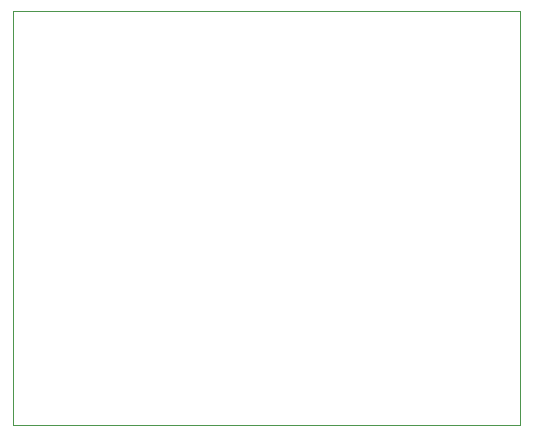
<source format=gbr>
G04 (created by PCBNEW (2013-07-07 BZR 4022)-stable) date 2/9/2014 4:29:12 PM*
%MOIN*%
G04 Gerber Fmt 3.4, Leading zero omitted, Abs format*
%FSLAX34Y34*%
G01*
G70*
G90*
G04 APERTURE LIST*
%ADD10C,0.00590551*%
%ADD11C,0.00393701*%
G04 APERTURE END LIST*
G54D10*
G54D11*
X66800Y-39600D02*
X83700Y-39600D01*
X66800Y-53400D02*
X67100Y-53400D01*
X66800Y-39600D02*
X66800Y-53400D01*
X83700Y-53400D02*
X83700Y-39600D01*
X67000Y-53400D02*
X83700Y-53400D01*
M02*

</source>
